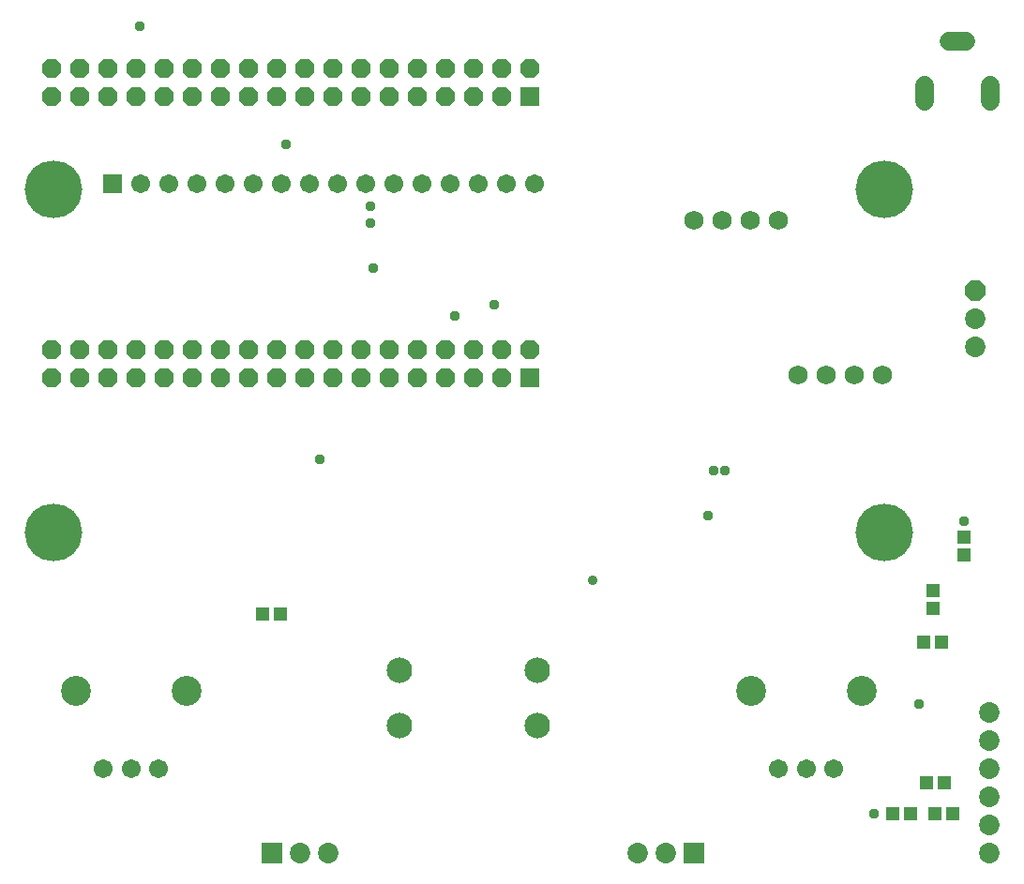
<source format=gbr>
G04 EAGLE Gerber RS-274X export*
G75*
%MOMM*%
%FSLAX34Y34*%
%LPD*%
%INSoldermask Top*%
%IPPOS*%
%AMOC8*
5,1,8,0,0,1.08239X$1,22.5*%
G01*
%ADD10R,1.727200X1.727200*%
%ADD11P,1.869504X8X202.500000*%
%ADD12C,1.711200*%
%ADD13C,1.727200*%
%ADD14C,1.854200*%
%ADD15R,1.711200X1.711200*%
%ADD16C,1.711200*%
%ADD17C,5.203200*%
%ADD18C,2.703200*%
%ADD19P,2.006968X8X202.500000*%
%ADD20R,1.854200X1.854200*%
%ADD21C,2.303200*%
%ADD22R,1.153159X1.234441*%
%ADD23R,1.234441X1.153159*%
%ADD24C,0.959600*%
%ADD25C,0.914400*%


D10*
X563200Y467100D03*
D11*
X563200Y492500D03*
X537800Y467100D03*
X537800Y492500D03*
X512400Y467100D03*
X512400Y492500D03*
X487000Y467100D03*
X487000Y492500D03*
X461600Y467100D03*
X461600Y492500D03*
X436200Y467100D03*
X436200Y492500D03*
X410800Y467100D03*
X410800Y492500D03*
X385400Y467100D03*
X385400Y492500D03*
X360000Y467100D03*
X360000Y492500D03*
X334600Y467100D03*
X334600Y492500D03*
X309200Y467100D03*
X309200Y492500D03*
X283800Y467100D03*
X283800Y492500D03*
X258400Y467100D03*
X258400Y492500D03*
X233000Y467100D03*
X233000Y492500D03*
X207600Y467100D03*
X207600Y492500D03*
X182200Y467100D03*
X182200Y492500D03*
X156800Y467100D03*
X156800Y492500D03*
X131400Y467100D03*
X131400Y492500D03*
D10*
X563200Y721100D03*
D11*
X563200Y746500D03*
X537800Y721100D03*
X537800Y746500D03*
X512400Y721100D03*
X512400Y746500D03*
X487000Y721100D03*
X487000Y746500D03*
X461600Y721100D03*
X461600Y746500D03*
X436200Y721100D03*
X436200Y746500D03*
X410800Y721100D03*
X410800Y746500D03*
X385400Y721100D03*
X385400Y746500D03*
X360000Y721100D03*
X360000Y746500D03*
X334600Y721100D03*
X334600Y746500D03*
X309200Y721100D03*
X309200Y746500D03*
X283800Y721100D03*
X283800Y746500D03*
X258400Y721100D03*
X258400Y746500D03*
X233000Y721100D03*
X233000Y746500D03*
X207600Y721100D03*
X207600Y746500D03*
X182200Y721100D03*
X182200Y746500D03*
X156800Y721100D03*
X156800Y746500D03*
X131400Y721100D03*
X131400Y746500D03*
D12*
X979400Y731440D02*
X979400Y716360D01*
X919400Y716360D02*
X919400Y731440D01*
X941860Y770900D02*
X956940Y770900D01*
D13*
X787400Y609600D03*
X762000Y609600D03*
X736600Y609600D03*
X711200Y609600D03*
X881380Y469900D03*
X855980Y469900D03*
X830580Y469900D03*
X805180Y469900D03*
D14*
X977900Y165100D03*
X977900Y139700D03*
X977900Y114300D03*
X977900Y88900D03*
X977900Y63500D03*
X977900Y38100D03*
D15*
X186600Y642600D03*
D16*
X212000Y642600D03*
X237400Y642600D03*
X262800Y642600D03*
X288200Y642600D03*
X313600Y642600D03*
X339000Y642600D03*
X364400Y642600D03*
X389800Y642600D03*
X415200Y642600D03*
X440600Y642600D03*
X466000Y642600D03*
X491400Y642600D03*
X516800Y642600D03*
X542200Y642600D03*
X567600Y642600D03*
D17*
X883000Y637600D03*
X133000Y637600D03*
X133000Y327600D03*
X883000Y327600D03*
D16*
X787800Y114300D03*
X812800Y114300D03*
X837800Y114300D03*
D18*
X762800Y184300D03*
X862800Y184300D03*
D19*
X965200Y546100D03*
D14*
X965200Y520700D03*
X965200Y495300D03*
D20*
X711200Y38100D03*
D14*
X685800Y38100D03*
X660400Y38100D03*
D20*
X330200Y38100D03*
D14*
X355600Y38100D03*
X381000Y38100D03*
D16*
X178200Y114300D03*
X203200Y114300D03*
X228200Y114300D03*
D18*
X153200Y184300D03*
X253200Y184300D03*
D21*
X570500Y202800D03*
X570500Y152800D03*
X445500Y152800D03*
X445500Y202800D03*
D22*
X937641Y101600D03*
X921639Y101600D03*
X929259Y73660D03*
X945261Y73660D03*
X907161Y73660D03*
X891159Y73660D03*
X935101Y228600D03*
X919099Y228600D03*
D23*
X927100Y274701D03*
X927100Y258699D03*
X955040Y306959D03*
X955040Y322961D03*
D22*
X338201Y254000D03*
X322199Y254000D03*
D24*
X723900Y342900D03*
X210820Y784860D03*
X873760Y73660D03*
X955040Y337820D03*
X914400Y172720D03*
D25*
X619760Y284480D03*
D24*
X530860Y533400D03*
X495300Y523240D03*
X373380Y393700D03*
X419100Y622300D03*
X419100Y607060D03*
X421640Y566420D03*
X342900Y678180D03*
X728980Y383540D03*
X739140Y383540D03*
M02*

</source>
